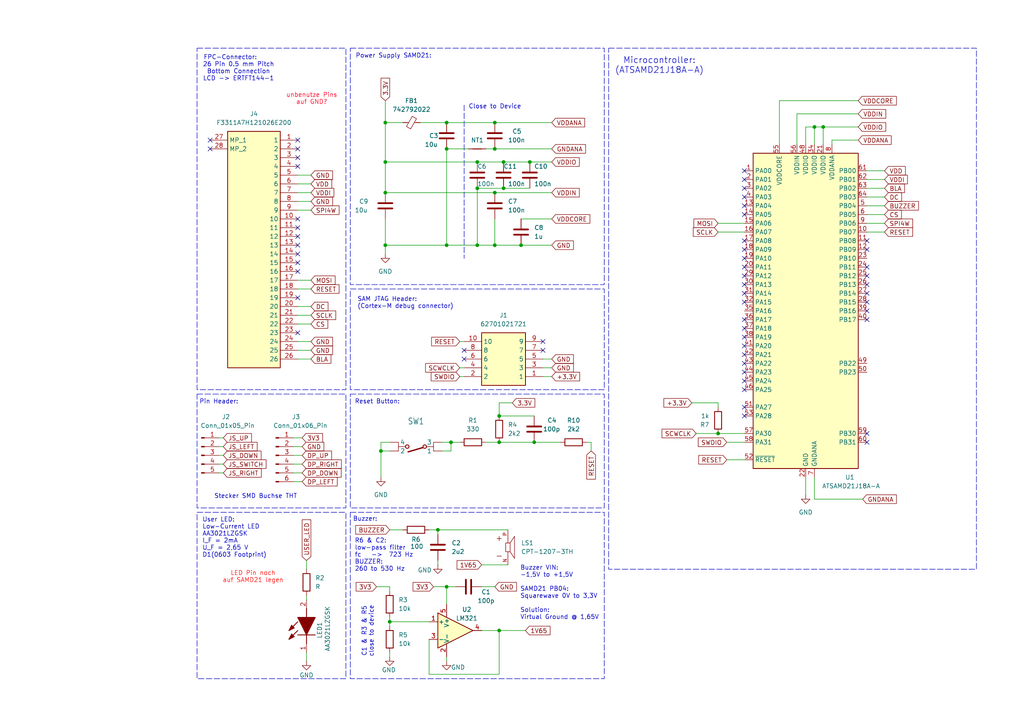
<source format=kicad_sch>
(kicad_sch (version 20250114) (generator "eeschema") (generator_version "9.0")
  (paper "A4")
  (title_block (title "MiniArcadeMainboard") (date "2025-10-29") (rev "A") (company "Felix Neumann"))
  (lib_symbols
    (symbol "Amplifier_Operational:LM321" (pin_names (offset 0.127))
      (property "Reference" "U" (at 0 7.62 0))
      (property "Value" "LM321" (at 0 5.08 0))
      (symbol "LM321_0_1"
        (polyline (pts (xy -5.08 5.08) (xy 5.08 0) (xy -5.08 -5.08) (xy -5.08 5.08)) (stroke (width 0.254)) (fill (type background)))
      )
      (symbol "LM321_1_1"
        (pin input line (at -7.62 2.54 0) (length 2.54) (name "+") (number "1"))
        (pin input line (at -7.62 -2.54 0) (length 2.54) (name "-") (number "3"))
        (pin power_in line (at -2.54 7.62 270) (length 3.81) (name "V+") (number "5"))
        (pin power_in line (at -2.54 -7.62 90) (length 3.81) (name "V-") (number "2"))
        (pin output line (at 7.62 0 180) (length 2.54) (name "~") (number "4"))
      )
    )
    (symbol "Connector:Conn_01x05_Pin" (pin_names (offset 1.016) (hide yes))
      (property "Reference" "J" (at 0 7.62 0))
      (property "Value" "Conn_01x05_Pin" (at 0 -7.62 0))
      (symbol "Conn_01x05_Pin_1_1"
        (rectangle (start 0.8636 5.207) (end 0 4.953) (stroke (width 0.1524)) (fill (type outline)))
        (rectangle (start 0.8636 2.667) (end 0 2.413) (stroke (width 0.1524)) (fill (type outline)))
        (rectangle (start 0.8636 0.127) (end 0 -0.127) (stroke (width 0.1524)) (fill (type outline)))
        (rectangle (start 0.8636 -2.413) (end 0 -2.667) (stroke (width 0.1524)) (fill (type outline)))
        (rectangle (start 0.8636 -4.953) (end 0 -5.207) (stroke (width 0.1524)) (fill (type outline)))
        (polyline (pts (xy 1.27 5.08) (xy 0.8636 5.08)) (stroke (width 0.1524)))
        (polyline (pts (xy 1.27 2.54) (xy 0.8636 2.54)) (stroke (width 0.1524)))
        (polyline (pts (xy 1.27 0) (xy 0.8636 0)) (stroke (width 0.1524)))
        (polyline (pts (xy 1.27 -2.54) (xy 0.8636 -2.54)) (stroke (width 0.1524)))
        (polyline (pts (xy 1.27 -5.08) (xy 0.8636 -5.08)) (stroke (width 0.1524)))
        (pin passive line (at 5.08 5.08 180) (length 3.81) (name "Pin_1") (number "1"))
        (pin passive line (at 5.08 2.54 180) (length 3.81) (name "Pin_2") (number "2"))
        (pin passive line (at 5.08 0 180) (length 3.81) (name "Pin_3") (number "3"))
        (pin passive line (at 5.08 -2.54 180) (length 3.81) (name "Pin_4") (number "4"))
        (pin passive line (at 5.08 -5.08 180) (length 3.81) (name "Pin_5") (number "5"))
      )
    )
    (symbol "Connector:Conn_01x06_Pin" (pin_names (offset 1.016) (hide yes))
      (property "Reference" "J" (at 0 7.62 0))
      (property "Value" "Conn_01x06_Pin" (at 0 -10.16 0))
      (symbol "Conn_01x06_Pin_1_1"
        (rectangle (start 0.8636 5.207) (end 0 4.953) (stroke (width 0.1524)) (fill (type outline)))
        (rectangle (start 0.8636 2.667) (end 0 2.413) (stroke (width 0.1524)) (fill (type outline)))
        (rectangle (start 0.8636 0.127) (end 0 -0.127) (stroke (width 0.1524)) (fill (type outline)))
        (rectangle (start 0.8636 -2.413) (end 0 -2.667) (stroke (width 0.1524)) (fill (type outline)))
        (rectangle (start 0.8636 -4.953) (end 0 -5.207) (stroke (width 0.1524)) (fill (type outline)))
        (rectangle (start 0.8636 -7.493) (end 0 -7.747) (stroke (width 0.1524)) (fill (type outline)))
        (polyline (pts (xy 1.27 5.08) (xy 0.8636 5.08)) (stroke (width 0.1524)))
        (polyline (pts (xy 1.27 2.54) (xy 0.8636 2.54)) (stroke (width 0.1524)))
        (polyline (pts (xy 1.27 0) (xy 0.8636 0)) (stroke (width 0.1524)))
        (polyline (pts (xy 1.27 -2.54) (xy 0.8636 -2.54)) (stroke (width 0.1524)))
        (polyline (pts (xy 1.27 -5.08) (xy 0.8636 -5.08)) (stroke (width 0.1524)))
        (polyline (pts (xy 1.27 -7.62) (xy 0.8636 -7.62)) (stroke (width 0.1524)))
        (pin passive line (at 5.08 5.08 180) (length 3.81) (name "Pin_1") (number "1"))
        (pin passive line (at 5.08 2.54 180) (length 3.81) (name "Pin_2") (number "2"))
        (pin passive line (at 5.08 0 180) (length 3.81) (name "Pin_3") (number "3"))
        (pin passive line (at 5.08 -2.54 180) (length 3.81) (name "Pin_4") (number "4"))
        (pin passive line (at 5.08 -5.08 180) (length 3.81) (name "Pin_5") (number "5"))
        (pin passive line (at 5.08 -7.62 180) (length 3.81) (name "Pin_6") (number "6"))
      )
    )
    (symbol "Device:C" (pin_numbers (hide yes)) (pin_names (offset 0.254))
      (property "Reference" "C" (at 0.635 2.54 0))
      (property "Value" "C" (at 0.635 -2.54 0))
      (symbol "C_0_1"
        (polyline (pts (xy -2.032 0.762) (xy 2.032 0.762)) (stroke (width 0.508)))
        (polyline (pts (xy -2.032 -0.762) (xy 2.032 -0.762)) (stroke (width 0.508)))
      )
      (symbol "C_1_1"
        (pin passive line (at 0 3.81 270) (length 2.794) (name "~") (number "1"))
        (pin passive line (at 0 -3.81 90) (length 2.794) (name "~") (number "2"))
      )
    )
    (symbol "Device:FerriteBead_Small" (pin_numbers (hide yes)) (pin_names (offset 0))
      (property "Reference" "FB" (at 1.905 1.27 0))
      (property "Value" "FerriteBead_Small" (at 1.905 -1.27 0))
      (symbol "FerriteBead_Small_0_1"
        (polyline (pts (xy -1.8288 0.2794) (xy -1.1176 1.4986) (xy 1.8288 -0.2032) (xy 1.1176 -1.4224) (xy -1.8288 0.2794)))
        (polyline (pts (xy 0 0.889) (xy 0 1.2954)))
        (polyline (pts (xy 0 -1.27) (xy 0 -0.7874)))
      )
      (symbol "FerriteBead_Small_1_1"
        (pin passive line (at 0 2.54 270) (length 1.27) (name "~") (number "1"))
        (pin passive line (at 0 -2.54 90) (length 1.27) (name "~") (number "2"))
      )
    )
    (symbol "Device:NetTie_2" (pin_numbers (hide yes)) (pin_names (offset 0) (hide yes)) (in_bom no)
      (property "Reference" "NT" (at 0 1.27 0))
      (property "Value" "NetTie_2" (at 0 -1.27 0))
      (symbol "NetTie_2_0_1"
        (polyline (pts (xy -1.27 0) (xy 1.27 0)) (stroke (width 0.254)))
      )
      (symbol "NetTie_2_1_1"
        (pin passive line (at -2.54 0 0) (length 2.54) (name "1") (number "1"))
        (pin passive line (at 2.54 0 180) (length 2.54) (name "2") (number "2"))
      )
    )
    (symbol "Device:R" (pin_numbers (hide yes)) (pin_names (offset 0))
      (property "Reference" "R" (at 2.032 0 90))
      (property "Value" "R" (at 0 0 90))
      (symbol "R_0_1"
        (rectangle (start -1.016 -2.54) (end 1.016 2.54) (stroke (width 0.254)))
      )
      (symbol "R_1_1"
        (pin passive line (at 0 3.81 270) (length 1.27) (name "~") (number "1"))
        (pin passive line (at 0 -3.81 90) (length 1.27) (name "~") (number "2"))
      )
    )
    (symbol "GND_1" (power) (pin_numbers (hide yes)) (pin_names (offset 0) (hide yes))
      (property "Value" "GND" (at 0 -3.81 0))
      (symbol "GND_1_0_1"
        (polyline (pts (xy 0 0) (xy 0 -1.27) (xy 1.27 -1.27) (xy 0 -2.54) (xy -1.27 -1.27) (xy 0 -1.27)))
      )
      (symbol "GND_1_1_1"
        (pin power_in line (at 0 0 270) (length 0) (name "~") (number "1"))
      )
    )
    (symbol "GND_2" (power) (pin_numbers (hide yes)) (pin_names (offset 0) (hide yes))
      (property "Value" "GND" (at 0 -3.81 0))
      (symbol "GND_2_0_1"
        (polyline (pts (xy 0 0) (xy 0 -1.27) (xy 1.27 -1.27) (xy 0 -2.54) (xy -1.27 -1.27) (xy 0 -1.27)))
      )
      (symbol "GND_2_1_1"
        (pin power_in line (at 0 0 270) (length 0) (name "~") (number "1"))
      )
    )
    (symbol "GND_3" (power) (pin_numbers (hide yes)) (pin_names (offset 0) (hide yes))
      (property "Value" "GND" (at 0 -3.81 0))
      (symbol "GND_3_0_1"
        (polyline (pts (xy 0 0) (xy 0 -1.27) (xy 1.27 -1.27) (xy 0 -2.54) (xy -1.27 -1.27) (xy 0 -1.27)))
      )
      (symbol "GND_3_1_1"
        (pin power_in line (at 0 0 270) (length 0) (name "~") (number "1"))
      )
    )
    (symbol "GND_4" (power) (pin_numbers (hide yes)) (pin_names (offset 0) (hide yes))
      (property "Value" "GND" (at 0 -3.81 0))
      (symbol "GND_4_0_1"
        (polyline (pts (xy 0 0) (xy 0 -1.27) (xy 1.27 -1.27) (xy 0 -2.54) (xy -1.27 -1.27) (xy 0 -1.27)))
      )
      (symbol "GND_4_1_1"
        (pin power_in line (at 0 0 270) (length 0) (name "~") (number "1"))
      )
    )
    (symbol "MCU_Microchip_SAMD:ATSAMD21J18A-A"
      (property "Reference" "U" (at -13.97 46.99 0))
      (property "Value" "ATSAMD21J18A-A" (at 16.51 46.99 0))
      (symbol "ATSAMD21J18A-A_0_1"
        (rectangle (start -15.24 45.72) (end 15.24 -45.72) (stroke (width 0.254)) (fill (type background)))
      )
      (symbol "ATSAMD21J18A-A_1_1"
        (pin bidirectional line (at -17.78 40.64 0) (length 2.54) (name "PA00") (number "1"))
        (pin bidirectional line (at -17.78 38.1 0) (length 2.54) (name "PA01") (number "2"))
        (pin bidirectional line (at -17.78 35.56 0) (length 2.54) (name "PA02") (number "3"))
        (pin bidirectional line (at -17.78 33.02 0) (length 2.54) (name "PA03") (number "4"))
        (pin bidirectional line (at -17.78 30.48 0) (length 2.54) (name "PA04") (number "13"))
        (pin bidirectional line (at -17.78 27.94 0) (length 2.54) (name "PA05") (number "14"))
        (pin bidirectional line (at -17.78 25.4 0) (length 2.54) (name "PA06") (number "15"))
        (pin bidirectional line (at -17.78 22.86 0) (length 2.54) (name "PA07") (number "16"))
        (pin bidirectional line (at -17.78 20.32 0) (length 2.54) (name "PA08") (number "17"))
        (pin bidirectional line (at -17.78 17.78 0) (length 2.54) (name "PA09") (number "18"))
        (pin bidirectional line (at -17.78 15.24 0) (length 2.54) (name "PA10") (number "19"))
        (pin bidirectional line (at -17.78 12.7 0) (length 2.54) (name "PA11") (number "20"))
        (pin bidirectional line (at -17.78 10.16 0) (length 2.54) (name "PA12") (number "29"))
        (pin bidirectional line (at -17.78 7.62 0) (length 2.54) (name "PA13") (number "30"))
        (pin bidirectional line (at -17.78 5.08 0) (length 2.54) (name "PA14") (number "31"))
        (pin bidirectional line (at -17.78 2.54 0) (length 2.54) (name "PA15") (number "32"))
        (pin bidirectional line (at -17.78 0 0) (length 2.54) (name "PA16") (number "35"))
        (pin bidirectional line (at -17.78 -2.54 0) (length 2.54) (name "PA17") (number "36"))
        (pin bidirectional line (at -17.78 -5.08 0) (length 2.54) (name "PA18") (number "37"))
        (pin bidirectional line (at -17.78 -7.62 0) (length 2.54) (name "PA19") (number "38"))
        (pin bidirectional line (at -17.78 -10.16 0) (length 2.54) (name "PA20") (number "41"))
        (pin bidirectional line (at -17.78 -12.7 0) (length 2.54) (name "PA21") (number "42"))
        (pin bidirectional line (at -17.78 -15.24 0) (length 2.54) (name "PA22") (number "43"))
        (pin bidirectional line (at -17.78 -17.78 0) (length 2.54) (name "PA23") (number "44"))
        (pin bidirectional line (at -17.78 -20.32 0) (length 2.54) (name "PA24") (number "45"))
        (pin bidirectional line (at -17.78 -22.86 0) (length 2.54) (name "PA25") (number "46"))
        (pin bidirectional line (at -17.78 -27.94 0) (length 2.54) (name "PA27") (number "51"))
        (pin bidirectional line (at -17.78 -30.48 0) (length 2.54) (name "PA28") (number "53"))
        (pin bidirectional line (at -17.78 -35.56 0) (length 2.54) (name "PA30") (number "57"))
        (pin bidirectional line (at -17.78 -38.1 0) (length 2.54) (name "PA31") (number "58"))
        (pin input line (at -17.78 -43.18 0) (length 2.54) (name "~{RESET}") (number "52"))
        (pin power_out line (at -7.62 48.26 270) (length 2.54) (name "VDDCORE") (number "55"))
        (pin power_in line (at -2.54 48.26 270) (length 2.54) (name "VDDIN") (number "56"))
        (pin power_in line (at 0 48.26 270) (length 2.54) (name "VDDIO") (number "48"))
        (pin power_in line (at 0 -48.26 90) (length 2.54) (name "GND") (number "22"))
        (pin passive line (at 0 -48.26 90) (length 2.54) (hide yes) (name "GND") (number "33"))
        (pin passive line (at 0 -48.26 90) (length 2.54) (hide yes) (name "GND") (number "47"))
        (pin passive line (at 0 -48.26 90) (length 2.54) (hide yes) (name "GND") (number "54"))
        (pin power_in line (at 2.54 48.26 270) (length 2.54) (name "VDDIO") (number "34"))
        (pin power_in line (at 2.54 -48.26 90) (length 2.54) (name "GNDANA") (number "7"))
        (pin power_in line (at 5.08 48.26 270) (length 2.54) (name "VDDIO") (number "21"))
        (pin power_in line (at 7.62 48.26 270) (length 2.54) (name "VDDANA") (number "8"))
        (pin bidirectional line (at 17.78 40.64 180) (length 2.54) (name "PB00") (number "61"))
        (pin bidirectional line (at 17.78 38.1 180) (length 2.54) (name "PB01") (number "62"))
        (pin bidirectional line (at 17.78 35.56 180) (length 2.54) (name "PB02") (number "63"))
        (pin bidirectional line (at 17.78 33.02 180) (length 2.54) (name "PB03") (number "64"))
        (pin bidirectional line (at 17.78 30.48 180) (length 2.54) (name "PB04") (number "5"))
        (pin bidirectional line (at 17.78 27.94 180) (length 2.54) (name "PB05") (number "6"))
        (pin bidirectional line (at 17.78 25.4 180) (length 2.54) (name "PB06") (number "9"))
        (pin bidirectional line (at 17.78 22.86 180) (length 2.54) (name "PB07") (number "10"))
        (pin bidirectional line (at 17.78 20.32 180) (length 2.54) (name "PB08") (number "11"))
        (pin bidirectional line (at 17.78 17.78 180) (length 2.54) (name "PB09") (number "12"))
        (pin bidirectional line (at 17.78 15.24 180) (length 2.54) (name "PB10") (number "23"))
        (pin bidirectional line (at 17.78 12.7 180) (length 2.54) (name "PB11") (number "24"))
        (pin bidirectional line (at 17.78 10.16 180) (length 2.54) (name "PB12") (number "25"))
        (pin bidirectional line (at 17.78 7.62 180) (length 2.54) (name "PB13") (number "26"))
        (pin bidirectional line (at 17.78 5.08 180) (length 2.54) (name "PB14") (number "27"))
        (pin bidirectional line (at 17.78 2.54 180) (length 2.54) (name "PB15") (number "28"))
        (pin bidirectional line (at 17.78 0 180) (length 2.54) (name "PB16") (number "39"))
        (pin bidirectional line (at 17.78 -2.54 180) (length 2.54) (name "PB17") (number "40"))
        (pin bidirectional line (at 17.78 -15.24 180) (length 2.54) (name "PB22") (number "49"))
        (pin bidirectional line (at 17.78 -17.78 180) (length 2.54) (name "PB23") (number "50"))
        (pin bidirectional line (at 17.78 -35.56 180) (length 2.54) (name "PB30") (number "59"))
        (pin bidirectional line (at 17.78 -38.1 180) (length 2.54) (name "PB31") (number "60"))
      )
    )
    (symbol "MainBoard:62701021721"
      (property "Reference" "J" (at 19.05 7.62 0))
      (property "Value" "62701021721" (at 19.05 5.08 0))
      (symbol "62701021721_1_1"
        (rectangle (start 5.08 2.54) (end 17.78 -12.7) (stroke (width 0.254)) (fill (type background)))
        (pin passive line (at 0 0 0) (length 5.08) (name "10") (number "10"))
        (pin passive line (at 0 -2.54 0) (length 5.08) (name "8") (number "8"))
        (pin passive line (at 0 -5.08 0) (length 5.08) (name "6") (number "6"))
        (pin passive line (at 0 -7.62 0) (length 5.08) (name "4") (number "4"))
        (pin passive line (at 0 -10.16 0) (length 5.08) (name "2") (number "2"))
        (pin passive line (at 22.86 0 180) (length 5.08) (name "9") (number "9"))
        (pin passive line (at 22.86 -2.54 180) (length 5.08) (name "7") (number "7"))
        (pin passive line (at 22.86 -5.08 180) (length 5.08) (name "5") (number "5"))
        (pin passive line (at 22.86 -7.62 180) (length 5.08) (name "3") (number "3"))
        (pin passive line (at 22.86 -10.16 180) (length 5.08) (name "1") (number "1"))
      )
    )
    (symbol "MainBoard:AA3021LZGSK" (pin_names (hide yes))
      (property "Reference" "LED" (at 12.7 8.89 0))
      (property "Value" "AA3021LZGSK" (at 12.7 6.35 0))
      (symbol "AA3021LZGSK_1_1"
        (polyline (pts (xy 2.54 0) (xy 5.08 0)) (stroke (width 0.254)))
        (polyline (pts (xy 5.08 2.54) (xy 5.08 -2.54)) (stroke (width 0.254)))
        (polyline (pts (xy 5.08 0) (xy 10.16 2.54) (xy 10.16 -2.54) (xy 5.08 0)) (stroke (width 0.254)) (fill (type outline)))
        (polyline (pts (xy 5.334 4.318) (xy 4.572 3.556) (xy 3.81 5.08) (xy 5.334 4.318)) (stroke (width 0.254)) (fill (type outline)))
        (polyline (pts (xy 6.35 2.54) (xy 3.81 5.08)) (stroke (width 0.254)))
        (polyline (pts (xy 7.874 4.318) (xy 7.112 3.556) (xy 6.35 5.08) (xy 7.874 4.318)) (stroke (width 0.254)) (fill (type outline)))
        (polyline (pts (xy 8.89 2.54) (xy 6.35 5.08)) (stroke (width 0.254)))
        (polyline (pts (xy 10.16 0) (xy 12.7 0)) (stroke (width 0.254)))
        (pin passive line (at 0 0 0) (length 2.54) (name "K") (number "1"))
        (pin passive line (at 15.24 0 180) (length 2.54) (name "A") (number "2"))
      )
    )
    (symbol "MainBoard:CPT-1207-3TH" (pin_names (offset 1.016))
      (property "Reference" "LS" (at -3.8237 8.922 0))
      (property "Value" "CPT-1207-3TH" (at -3.8225 -11.4677 0))
      (symbol "CPT-1207-3TH_0_0"
        (polyline (pts (xy -3.175 2.54) (xy -1.905 2.54)) (stroke (width 0.1524)))
        (polyline (pts (xy -3.175 -2.54) (xy -1.905 -2.54)) (stroke (width 0.1524)))
        (polyline (pts (xy -2.54 3.175) (xy -2.54 1.905)) (stroke (width 0.1524)))
        (polyline (pts (xy -0.635 1.27) (xy 0 1.27)) (stroke (width 0.1524)))
        (polyline (pts (xy -0.635 -1.27) (xy -0.635 1.27)) (stroke (width 0.1524)))
        (polyline (pts (xy 0 1.27) (xy 0 2.54)) (stroke (width 0.1524)))
        (polyline (pts (xy 0 1.27) (xy 0.635 1.27)) (stroke (width 0.1524)))
        (polyline (pts (xy 0 -1.27) (xy -0.635 -1.27)) (stroke (width 0.1524)))
        (polyline (pts (xy 0 -1.27) (xy 0 -2.54)) (stroke (width 0.1524)))
        (polyline (pts (xy 0.635 1.27) (xy 0.635 -1.27)) (stroke (width 0.1524)))
        (polyline (pts (xy 0.635 1.27) (xy 1.905 3.175)) (stroke (width 0.1524)))
        (polyline (pts (xy 0.635 -1.27) (xy 0 -1.27)) (stroke (width 0.1524)))
        (polyline (pts (xy 1.905 3.175) (xy 1.905 -3.175)) (stroke (width 0.1524)))
        (polyline (pts (xy 1.905 -3.175) (xy 0.635 -1.27)) (stroke (width 0.1524)))
        (pin passive line (at 0 5.08 270) (length 2.54) (name "~") (number "P"))
        (pin passive line (at 0 -5.08 90) (length 2.54) (name "~") (number "N"))
      )
    )
    (symbol "MainBoard:F3311A7H121026E200"
      (property "Reference" "J" (at 21.59 7.62 0))
      (property "Value" "F3311A7H121026E200" (at 21.59 5.08 0))
      (symbol "F3311A7H121026E200_1_1"
        (rectangle (start 5.08 2.54) (end 20.32 -66.04) (stroke (width 0.254)) (fill (type background)))
        (pin passive line (at 0 0 0) (length 5.08) (name "MP_1") (number "27"))
        (pin passive line (at 0 -2.54 0) (length 5.08) (name "MP_2") (number "28"))
        (pin passive line (at 25.4 0 180) (length 5.08) (name "1") (number "1"))
        (pin passive line (at 25.4 -2.54 180) (length 5.08) (name "2") (number "2"))
        (pin passive line (at 25.4 -5.08 180) (length 5.08) (name "3") (number "3"))
        (pin passive line (at 25.4 -7.62 180) (length 5.08) (name "4") (number "4"))
        (pin passive line (at 25.4 -10.16 180) (length 5.08) (name "5") (number "5"))
        (pin passive line (at 25.4 -12.7 180) (length 5.08) (name "6") (number "6"))
        (pin passive line (at 25.4 -15.24 180) (length 5.08) (name "7") (number "7"))
        (pin passive line (at 25.4 -17.78 180) (length 5.08) (name "8") (number "8"))
        (pin passive line (at 25.4 -20.32 180) (length 5.08) (name "9") (number "9"))
        (pin passive line (at 25.4 -22.86 180) (length 5.08) (name "10") (number "10"))
        (pin passive line (at 25.4 -25.4 180) (length 5.08) (name "11") (number "11"))
        (pin passive line (at 25.4 -27.94 180) (length 5.08) (name "12") (number "12"))
        (pin passive line (at 25.4 -30.48 180) (length 5.08) (name "13") (number "13"))
        (pin passive line (at 25.4 -33.02 180) (length 5.08) (name "14") (number "14"))
        (pin passive line (at 25.4 -35.56 180) (length 5.08) (name "15") (number "15"))
        (pin passive line (at 25.4 -38.1 180) (length 5.08) (name "16") (number "16"))
        (pin passive line (at 25.4 -40.64 180) (length 5.08) (name "17") (number "17"))
        (pin passive line (at 25.4 -43.18 180) (length 5.08) (name "18") (number "18"))
        (pin passive line (at 25.4 -45.72 180) (length 5.08) (name "19") (number "19"))
        (pin passive line (at 25.4 -48.26 180) (length 5.08) (name "20") (number "20"))
        (pin passive line (at 25.4 -50.8 180) (length 5.08) (name "21") (number "21"))
        (pin passive line (at 25.4 -53.34 180) (length 5.08) (name "22") (number "22"))
        (pin passive line (at 25.4 -55.88 180) (length 5.08) (name "23") (number "23"))
        (pin passive line (at 25.4 -58.42 180) (length 5.08) (name "24") (number "24"))
        (pin passive line (at 25.4 -60.96 180) (length 5.08) (name "25") (number "25"))
        (pin passive line (at 25.4 -63.5 180) (length 5.08) (name "26") (number "26"))
      )
    )
    (symbol "MexleComponents:EVPAA"
      (property "Reference" "SW" (at -2.54 2.54 0))
      (symbol "EVPAA_1_0"
        (polyline (pts (xy -5.08 1.27) (xy -5.08 0)) (stroke (width 0.1524)))
        (polyline (pts (xy -5.08 0) (xy -5.08 -1.27)) (stroke (width 0.1524)))
        (polyline (pts (xy -5.08 0) (xy -3.048 0)) (stroke (width 0.1524)))
        (circle (center -2.54 0) (radius 0.508) (stroke (width 0.254)))
        (polyline (pts (xy -2.032 0.254) (xy 2.286 1.524)) (stroke (width 0.381)))
        (circle (center 2.54 0) (radius 0.508) (stroke (width 0.254)))
        (polyline (pts (xy 5.08 1.27) (xy 5.08 0)) (stroke (width 0.1524)))
        (polyline (pts (xy 5.08 0) (xy 3.048 0)) (stroke (width 0.1524)))
        (polyline (pts (xy 5.08 0) (xy 5.08 -1.27)) (stroke (width 0.1524)))
        (pin passive line (at -7.62 1.27 0) (length 2.54) (name "1") (number "1"))
        (pin passive line (at -7.62 -1.27 0) (length 2.54) (name "3") (number "3"))
        (pin passive line (at 7.62 1.27 180) (length 2.54) (name "2") (number "2"))
        (pin passive line (at 7.62 -1.27 180) (length 2.54) (name "4") (number "4"))
      )
    )
    (symbol "power:GND" (power) (pin_names (offset 0))
      (property "Value" "GND" (at 0 -3.81 0))
      (symbol "GND_0_1"
        (polyline (pts (xy 0 0) (xy 0 -1.27) (xy 1.27 -1.27) (xy 0 -2.54) (xy -1.27 -1.27) (xy 0 -1.27)))
      )
      (symbol "GND_1_1"
        (pin power_in line (at 0 0 270) (length 0) (hide yes) (name "GND") (number "1"))
      )
    )
  )
  (rectangle (start 101.6 13.97) (end 175.26 82.55) (stroke (width 0) (type dash)))
  (rectangle (start 101.6 114.3) (end 175.26 147.32) (stroke (width 0) (type dash)))
  (rectangle (start 57.15 148.59) (end 100.33 196.85) (stroke (width 0) (type dash)))
  (rectangle (start 101.6 148.59) (end 175.26 196.85) (stroke (width 0) (type dash)))
  (rectangle (start 57.15 13.97) (end 100.33 113.03) (stroke (width 0) (type dash)))
  (rectangle (start 57.15 114.3) (end 100.33 147.32) (stroke (width 0) (type dash)))
  (rectangle (start 176.53 13.97) (end 283.21 165.1) (stroke (width 0) (type dash)))
  (rectangle (start 101.6 83.82) (end 175.26 113.03) (stroke (width 0) (type dash)))
  (text "Stecker SMD Buchse THT" (at 74.168 144.018 0) (effects (font (size 1.27 1.27))))
  (text "Power Supply SAMD21:\n" (at 103.124 17.018 0) (effects (font (size 1.27 1.27)) (justify left bottom)))
  (text "SAM JTAG Header:\n(Cortex-M debug connector)" (at 103.632 89.662 0) (effects (font (size 1.27 1.27)) (justify left bottom)))
  (text "Buzzer:\n" (at 105.918 150.622 0) (effects (font (size 1.27 1.27))))
  (text "User LED:\nLow-Current LED\nAA3021LZGSK\nI_F = 2mA\nU_F = 2,65 V\nD1(0603 Footprint)" (at 58.674 161.798 0) (effects (font (size 1.27 1.27)) (justify left bottom)))
  (text "LED Pin noch\nauf SAMD21 legen\n" (at 73.406 167.386 0) (effects (font (size 1.27 1.27))))
  (text "Reset Button:\n\n\n" (at 102.87 121.412 0) (effects (font (size 1.27 1.27)) (justify left bottom)))
  (text "Microcontroller:\n(ATSAMD21J18A-A)" (at 191.262 19.05 0) (effects (font (size 1.778 1.778))))
  (text "unbenutze Pins\nauf GND?" (at 90.424 28.702 0) (effects (font (size 1.27 1.27))))
  (text "Pin Header:\n" (at 63.5 116.586 0) (effects (font (size 1.27 1.27))))
  (text "R6 & C2:\nlow-pass filter\nfc	->	723 Hz\nBUZZER:\n260 to 530 Hz\n\n" (at 102.87 162.052 0) (effects (font (size 1.27 1.27)) (justify left)))
  (text "FPC-Connector:\n	26 Pin 0.5 mm Pitch\n	Bottom Connection\n	LCD -> ERTFT144-1" (at 66.802 19.812 0) (effects (font (size 1.27 1.27))))
  (text "Close to Device" (at 135.89 31.75 0) (effects (font (size 1.27 1.27)) (justify left bottom)))
  (text "Buzzer VIN:\n-1,5V to +1,5V\n\nSAMD21 PB04:\nSquarewave 0V to 3,3V\n\nSolution:\nVirtual Ground @ 1,65V" (at 150.876 171.958 0) (effects (font (size 1.27 1.27)) (justify left)))
  (text "C1 & R3 & R5\nclose to device\n" (at 108.458 183.134 90) (effects (font (size 1.27 1.27)) (justify bottom)))
  (junction (at 113.03 180.34))
  (junction (at 129.54 43.18))
  (junction (at 143.51 43.18))
  (junction (at 127 153.67))
  (junction (at 138.43 54.61))
  (junction (at 111.76 55.88))
  (junction (at 130.81 128.27))
  (junction (at 143.51 71.12))
  (junction (at 154.94 128.27))
  (junction (at 238.76 36.83))
  (junction (at 143.51 55.88))
  (junction (at 153.67 46.99))
  (junction (at 111.76 46.99))
  (junction (at 146.05 54.61))
  (junction (at 151.13 71.12))
  (junction (at 144.78 128.27))
  (junction (at 129.54 35.56))
  (junction (at 146.05 46.99))
  (junction (at 129.54 170.18))
  (junction (at 236.22 36.83))
  (junction (at 111.76 35.56))
  (junction (at 144.78 120.65))
  (junction (at 138.43 71.12))
  (junction (at 129.54 71.12))
  (junction (at 138.43 46.99))
  (junction (at 143.51 35.56))
  (junction (at 208.28 125.73))
  (junction (at 144.78 182.88))
  (junction (at 110.49 130.81))
  (junction (at 111.76 71.12))
  (no_connect (at 251.46 82.55))
  (no_connect (at 215.9 95.25))
  (no_connect (at 251.46 85.09))
  (no_connect (at 215.9 62.23))
  (no_connect (at 157.48 101.6))
  (no_connect (at 251.46 72.39))
  (no_connect (at 215.9 113.03))
  (no_connect (at 134.62 104.14))
  (no_connect (at 215.9 54.61))
  (no_connect (at 215.9 52.07))
  (no_connect (at 86.36 43.18))
  (no_connect (at 215.9 69.85))
  (no_connect (at 215.9 74.93))
  (no_connect (at 215.9 102.87))
  (no_connect (at 86.36 40.64))
  (no_connect (at 157.48 99.06))
  (no_connect (at 215.9 49.53))
  (no_connect (at 251.46 92.71))
  (no_connect (at 251.46 125.73))
  (no_connect (at 251.46 128.27))
  (no_connect (at 215.9 97.79))
  (no_connect (at 215.9 57.15))
  (no_connect (at 86.36 68.58))
  (no_connect (at 215.9 118.11))
  (no_connect (at 86.36 76.2))
  (no_connect (at 251.46 77.47))
  (no_connect (at 86.36 78.74))
  (no_connect (at 86.36 96.52))
  (no_connect (at 215.9 80.01))
  (no_connect (at 215.9 105.41))
  (no_connect (at 215.9 87.63))
  (no_connect (at 215.9 72.39))
  (no_connect (at 134.62 101.6))
  (no_connect (at 251.46 80.01))
  (no_connect (at 215.9 110.49))
  (no_connect (at 215.9 100.33))
  (no_connect (at 215.9 85.09))
  (no_connect (at 60.96 40.64))
  (no_connect (at 215.9 82.55))
  (no_connect (at 86.36 73.66))
  (no_connect (at 215.9 107.95))
  (no_connect (at 86.36 86.36))
  (no_connect (at 60.96 43.18))
  (no_connect (at 251.46 87.63))
  (no_connect (at 251.46 90.17))
  (no_connect (at 86.36 66.04))
  (no_connect (at 215.9 120.65))
  (no_connect (at 251.46 69.85))
  (no_connect (at 86.36 63.5))
  (no_connect (at 86.36 71.12))
  (no_connect (at 215.9 92.71))
  (no_connect (at 86.36 45.72))
  (no_connect (at 215.9 77.47))
  (no_connect (at 215.9 59.69))
  (no_connect (at 86.36 48.26))
  (wire (pts (xy 208.28 116.84) (xy 208.28 118.11)))
  (wire (pts (xy 63.5 137.16) (xy 64.77 137.16)))
  (wire (pts (xy 143.51 55.88) (xy 160.02 55.88)))
  (wire (pts (xy 86.36 88.9) (xy 90.17 88.9)))
  (wire (pts (xy 88.9 162.56) (xy 88.9 165.1)))
  (wire (pts (xy 111.76 29.21) (xy 111.76 35.56)))
  (wire (pts (xy 86.36 60.96) (xy 90.17 60.96)))
  (wire (pts (xy 251.46 54.61) (xy 256.54 54.61)))
  (wire (pts (xy 241.3 40.64) (xy 248.92 40.64)))
  (wire (pts (xy 86.36 55.88) (xy 90.17 55.88)))
  (wire (pts (xy 113.03 170.18) (xy 113.03 171.45)))
  (wire (pts (xy 110.49 128.27) (xy 110.49 130.81)))
  (wire (pts (xy 129.54 35.56) (xy 143.51 35.56)))
  (wire (pts (xy 140.97 43.18) (xy 143.51 43.18)))
  (wire (pts (xy 129.54 43.18) (xy 129.54 71.12)))
  (wire (pts (xy 109.22 170.18) (xy 113.03 170.18)))
  (wire (pts (xy 236.22 144.78) (xy 250.19 144.78)))
  (wire (pts (xy 241.3 41.91) (xy 241.3 40.64)))
  (wire (pts (xy 88.9 191.77) (xy 88.9 189.23)))
  (wire (pts (xy 157.48 106.68) (xy 160.02 106.68)))
  (wire (pts (xy 129.54 170.18) (xy 132.08 170.18)))
  (wire (pts (xy 63.5 129.54) (xy 64.77 129.54)))
  (wire (pts (xy 143.51 63.5) (xy 143.51 71.12)))
  (wire (pts (xy 110.49 130.81) (xy 113.03 130.81)))
  (wire (pts (xy 111.76 35.56) (xy 111.76 46.99)))
  (wire (pts (xy 233.68 138.43) (xy 233.68 143.51)))
  (wire (pts (xy 130.81 130.81) (xy 130.81 128.27)))
  (wire (pts (xy 113.03 180.34) (xy 124.46 180.34)))
  (wire (pts (xy 139.7 163.83) (xy 147.32 163.83)))
  (wire (pts (xy 236.22 36.83) (xy 238.76 36.83)))
  (wire (pts (xy 210.82 128.27) (xy 215.9 128.27)))
  (wire (pts (xy 125.73 170.18) (xy 129.54 170.18)))
  (wire (pts (xy 128.27 128.27) (xy 130.81 128.27)))
  (wire (pts (xy 85.09 132.08) (xy 87.63 132.08)))
  (wire (pts (xy 251.46 49.53) (xy 256.54 49.53)))
  (wire (pts (xy 208.28 67.31) (xy 215.9 67.31)))
  (wire (pts (xy 233.68 41.91) (xy 233.68 36.83)))
  (wire (pts (xy 231.14 41.91) (xy 231.14 33.02)))
  (wire (pts (xy 86.36 101.6) (xy 90.17 101.6)))
  (wire (pts (xy 86.36 81.28) (xy 90.17 81.28)))
  (wire (pts (xy 63.5 134.62) (xy 64.77 134.62)))
  (wire (pts (xy 111.76 71.12) (xy 129.54 71.12)))
  (wire (pts (xy 127 153.67) (xy 127 154.94)))
  (wire (pts (xy 171.45 128.27) (xy 170.18 128.27)))
  (wire (pts (xy 148.59 116.84) (xy 144.78 116.84)))
  (wire (pts (xy 124.46 153.67) (xy 127 153.67)))
  (wire (pts (xy 231.14 33.02) (xy 248.92 33.02)))
  (polyline (pts (xy 134.62 30.48) (xy 134.62 74.93)) (stroke (width 0) (type dash)))
  (wire (pts (xy 208.28 125.73) (xy 215.9 125.73)))
  (wire (pts (xy 133.35 106.68) (xy 134.62 106.68)))
  (wire (pts (xy 251.46 57.15) (xy 256.54 57.15)))
  (wire (pts (xy 111.76 71.12) (xy 111.76 73.66)))
  (wire (pts (xy 236.22 41.91) (xy 236.22 36.83)))
  (wire (pts (xy 88.9 173.99) (xy 88.9 172.72)))
  (wire (pts (xy 127 162.56) (xy 127 163.83)))
  (wire (pts (xy 110.49 130.81) (xy 110.49 138.43)))
  (wire (pts (xy 238.76 41.91) (xy 238.76 36.83)))
  (wire (pts (xy 111.76 63.5) (xy 111.76 71.12)))
  (wire (pts (xy 251.46 67.31) (xy 256.54 67.31)))
  (wire (pts (xy 151.13 71.12) (xy 160.02 71.12)))
  (wire (pts (xy 210.82 133.35) (xy 215.9 133.35)))
  (wire (pts (xy 144.78 195.58) (xy 144.78 182.88)))
  (wire (pts (xy 201.93 125.73) (xy 208.28 125.73)))
  (wire (pts (xy 251.46 52.07) (xy 256.54 52.07)))
  (wire (pts (xy 113.03 180.34) (xy 113.03 181.61)))
  (wire (pts (xy 129.54 190.5) (xy 129.54 191.77)))
  (wire (pts (xy 133.35 109.22) (xy 134.62 109.22)))
  (wire (pts (xy 157.48 104.14) (xy 160.02 104.14)))
  (wire (pts (xy 139.7 182.88) (xy 144.78 182.88)))
  (wire (pts (xy 233.68 36.83) (xy 236.22 36.83)))
  (wire (pts (xy 121.92 35.56) (xy 129.54 35.56)))
  (wire (pts (xy 143.51 43.18) (xy 160.02 43.18)))
  (wire (pts (xy 86.36 83.82) (xy 90.17 83.82)))
  (wire (pts (xy 236.22 138.43) (xy 236.22 144.78)))
  (wire (pts (xy 138.43 46.99) (xy 146.05 46.99)))
  (wire (pts (xy 140.97 128.27) (xy 144.78 128.27)))
  (wire (pts (xy 85.09 127) (xy 87.63 127)))
  (wire (pts (xy 238.76 36.83) (xy 248.92 36.83)))
  (wire (pts (xy 144.78 182.88) (xy 152.4 182.88)))
  (wire (pts (xy 251.46 59.69) (xy 256.54 59.69)))
  (wire (pts (xy 85.09 134.62) (xy 87.63 134.62)))
  (wire (pts (xy 86.36 50.8) (xy 90.17 50.8)))
  (wire (pts (xy 143.51 71.12) (xy 151.13 71.12)))
  (wire (pts (xy 86.36 91.44) (xy 90.17 91.44)))
  (wire (pts (xy 63.5 132.08) (xy 64.77 132.08)))
  (wire (pts (xy 86.36 104.14) (xy 90.17 104.14)))
  (wire (pts (xy 133.35 99.06) (xy 134.62 99.06)))
  (wire (pts (xy 139.7 170.18) (xy 143.51 170.18)))
  (wire (pts (xy 153.67 46.99) (xy 160.02 46.99)))
  (wire (pts (xy 124.46 185.42) (xy 124.46 195.58)))
  (wire (pts (xy 86.36 53.34) (xy 90.17 53.34)))
  (wire (pts (xy 251.46 64.77) (xy 256.54 64.77)))
  (wire (pts (xy 113.03 128.27) (xy 110.49 128.27)))
  (wire (pts (xy 124.46 195.58) (xy 144.78 195.58)))
  (wire (pts (xy 129.54 71.12) (xy 138.43 71.12)))
  (wire (pts (xy 85.09 129.54) (xy 87.63 129.54)))
  (wire (pts (xy 144.78 120.65) (xy 154.94 120.65)))
  (wire (pts (xy 85.09 139.7) (xy 87.63 139.7)))
  (wire (pts (xy 113.03 189.23) (xy 113.03 190.5)))
  (wire (pts (xy 127 153.67) (xy 147.32 153.67)))
  (wire (pts (xy 111.76 46.99) (xy 111.76 55.88)))
  (wire (pts (xy 129.54 43.18) (xy 135.89 43.18)))
  (wire (pts (xy 86.36 93.98) (xy 90.17 93.98)))
  (wire (pts (xy 111.76 35.56) (xy 116.84 35.56)))
  (wire (pts (xy 138.43 71.12) (xy 143.51 71.12)))
  (wire (pts (xy 251.46 62.23) (xy 256.54 62.23)))
  (wire (pts (xy 208.28 64.77) (xy 215.9 64.77)))
  (wire (pts (xy 86.36 58.42) (xy 90.17 58.42)))
  (wire (pts (xy 157.48 109.22) (xy 160.02 109.22)))
  (wire (pts (xy 154.94 128.27) (xy 162.56 128.27)))
  (wire (pts (xy 171.45 130.81) (xy 171.45 128.27)))
  (wire (pts (xy 143.51 35.56) (xy 160.02 35.56)))
  (wire (pts (xy 129.54 175.26) (xy 129.54 170.18)))
  (wire (pts (xy 200.66 116.84) (xy 208.28 116.84)))
  (wire (pts (xy 111.76 55.88) (xy 143.51 55.88)))
  (wire (pts (xy 86.36 99.06) (xy 90.17 99.06)))
  (wire (pts (xy 85.09 137.16) (xy 87.63 137.16)))
  (wire (pts (xy 144.78 116.84) (xy 144.78 120.65)))
  (wire (pts (xy 130.81 128.27) (xy 133.35 128.27)))
  (wire (pts (xy 226.06 29.21) (xy 248.92 29.21)))
  (wire (pts (xy 111.76 46.99) (xy 138.43 46.99)))
  (wire (pts (xy 138.43 54.61) (xy 138.43 71.12)))
  (wire (pts (xy 138.43 54.61) (xy 146.05 54.61)))
  (wire (pts (xy 144.78 128.27) (xy 154.94 128.27)))
  (wire (pts (xy 146.05 46.99) (xy 153.67 46.99)))
  (wire (pts (xy 226.06 41.91) (xy 226.06 29.21)))
  (wire (pts (xy 113.03 153.67) (xy 116.84 153.67)))
  (wire (pts (xy 63.5 127) (xy 64.77 127)))
  (wire (pts (xy 146.05 54.61) (xy 153.67 54.61)))
  (wire (pts (xy 113.03 179.07) (xy 113.03 180.34)))
  (wire (pts (xy 128.27 130.81) (xy 130.81 130.81)))
  (wire (pts (xy 151.13 63.5) (xy 160.02 63.5)))
  (global_label "GND" (shape input) (at 160.02 104.14 0) (property "Intersheetrefs" "${INTERSHEET_REFS}" (effects (hide yes))))
  (global_label "VDDANA" (shape input) (at 248.92 40.64 0) (property "Intersheetrefs" "${INTERSHEET_REFS}" (effects (hide yes))))
  (global_label "VDD" (shape input) (at 256.54 49.53 0) (property "Intersheetrefs" "${INTERSHEET_REFS}" (effects (hide yes))))
  (global_label "RESET" (shape input) (at 133.35 99.06 180) (property "Intersheetrefs" "${INTERSHEET_REFS}" (effects (hide yes))))
  (global_label "VDDI" (shape input) (at 90.17 55.88 0) (property "Intersheetrefs" "${INTERSHEET_REFS}" (effects (hide yes))))
  (global_label "GNDANA" (shape input) (at 160.02 43.18 0) (property "Intersheetrefs" "${INTERSHEET_REFS}" (effects (hide yes))))
  (global_label "3V3" (shape input) (at 87.63 127 0) (property "Intersheetrefs" "${INTERSHEET_REFS}" (effects (hide yes))))
  (global_label "+3.3V" (shape input) (at 160.02 109.22 0) (property "Intersheetrefs" "${INTERSHEET_REFS}" (effects (hide yes))))
  (global_label "SPI4W" (shape input) (at 256.54 64.77 0) (property "Intersheetrefs" "${INTERSHEET_REFS}" (effects (hide yes))))
  (global_label "RESET" (shape input) (at 210.82 133.35 180) (property "Intersheetrefs" "${INTERSHEET_REFS}" (effects (hide yes))))
  (global_label "VDDI" (shape input) (at 256.54 52.07 0) (property "Intersheetrefs" "${INTERSHEET_REFS}" (effects (hide yes))))
  (global_label "GND" (shape input) (at 87.63 129.54 0) (property "Intersheetrefs" "${INTERSHEET_REFS}" (effects (hide yes))))
  (global_label "VDDCORE" (shape input) (at 248.92 29.21 0) (property "Intersheetrefs" "${INTERSHEET_REFS}" (effects (hide yes))))
  (global_label "BLA" (shape input) (at 90.17 104.14 0) (property "Intersheetrefs" "${INTERSHEET_REFS}" (effects (hide yes))))
  (global_label "BUZZER" (shape input) (at 113.03 153.67 180) (property "Intersheetrefs" "${INTERSHEET_REFS}" (effects (hide yes))))
  (global_label "JS_UP" (shape input) (at 64.77 127 0) (property "Intersheetrefs" "${INTERSHEET_REFS}" (effects (hide yes))))
  (global_label "3V3" (shape input) (at 125.73 170.18 180) (property "Intersheetrefs" "${INTERSHEET_REFS}" (effects (hide yes))))
  (global_label "DP_DOWN" (shape input) (at 87.63 137.16 0) (property "Intersheetrefs" "${INTERSHEET_REFS}" (effects (hide yes))))
  (global_label "DP_UP" (shape input) (at 87.63 132.08 0) (property "Intersheetrefs" "${INTERSHEET_REFS}" (effects (hide yes))))
  (global_label "CS" (shape input) (at 256.54 62.23 0) (property "Intersheetrefs" "${INTERSHEET_REFS}" (effects (hide yes))))
  (global_label "GNDANA" (shape input) (at 250.19 144.78 0) (property "Intersheetrefs" "${INTERSHEET_REFS}" (effects (hide yes))))
  (global_label "+3.3V" (shape input) (at 200.66 116.84 180) (property "Intersheetrefs" "${INTERSHEET_REFS}" (effects (hide yes))))
  (global_label "RESET" (shape input) (at 256.54 67.31 0) (property "Intersheetrefs" "${INTERSHEET_REFS}" (effects (hide yes))))
  (global_label "GND" (shape input) (at 90.17 50.8 0) (property "Intersheetrefs" "${INTERSHEET_REFS}" (effects (hide yes))))
  (global_label "SCWCLK" (shape input) (at 133.35 106.68 180) (property "Intersheetrefs" "${INTERSHEET_REFS}" (effects (hide yes))))
  (global_label "GND" (shape input) (at 160.02 106.68 0) (property "Intersheetrefs" "${INTERSHEET_REFS}" (effects (hide yes))))
  (global_label "BLA" (shape input) (at 256.54 54.61 0) (property "Intersheetrefs" "${INTERSHEET_REFS}" (effects (hide yes))))
  (global_label "SCLK" (shape input) (at 208.28 67.31 180) (property "Intersheetrefs" "${INTERSHEET_REFS}" (effects (hide yes))))
  (global_label "GND" (shape input) (at 90.17 99.06 0) (property "Intersheetrefs" "${INTERSHEET_REFS}" (effects (hide yes))))
  (global_label "VDD" (shape input) (at 90.17 53.34 0) (property "Intersheetrefs" "${INTERSHEET_REFS}" (effects (hide yes))))
  (global_label "USER_LED" (shape input) (at 88.9 162.56 90) (property "Intersheetrefs" "${INTERSHEET_REFS}" (effects (hide yes))))
  (global_label "JS_SWITCH" (shape input) (at 64.77 134.62 0) (property "Intersheetrefs" "${INTERSHEET_REFS}" (effects (hide yes))))
  (global_label "VDDCORE" (shape input) (at 160.02 63.5 0) (property "Intersheetrefs" "${INTERSHEET_REFS}" (effects (hide yes))))
  (global_label "3V3" (shape input) (at 109.22 170.18 180) (property "Intersheetrefs" "${INTERSHEET_REFS}" (effects (hide yes))))
  (global_label "VDDANA" (shape input) (at 160.02 35.56 0) (property "Intersheetrefs" "${INTERSHEET_REFS}" (effects (hide yes))))
  (global_label "3.3V" (shape input) (at 148.59 116.84 0) (property "Intersheetrefs" "${INTERSHEET_REFS}" (effects (hide yes))))
  (global_label "MOSI" (shape input) (at 208.28 64.77 180) (property "Intersheetrefs" "${INTERSHEET_REFS}" (effects (hide yes))))
  (global_label "1V65" (shape input) (at 139.7 163.83 180) (property "Intersheetrefs" "${INTERSHEET_REFS}" (effects (hide yes))))
  (global_label "BUZZER" (shape input) (at 256.54 59.69 0) (property "Intersheetrefs" "${INTERSHEET_REFS}" (effects (hide yes))))
  (global_label "DP_LEFT" (shape input) (at 87.63 139.7 0) (property "Intersheetrefs" "${INTERSHEET_REFS}" (effects (hide yes))))
  (global_label "GND" (shape input) (at 90.17 101.6 0) (property "Intersheetrefs" "${INTERSHEET_REFS}" (effects (hide yes))))
  (global_label "JS_LEFT" (shape input) (at 64.77 129.54 0) (property "Intersheetrefs" "${INTERSHEET_REFS}" (effects (hide yes))))
  (global_label "SPI4W" (shape input) (at 90.17 60.96 0) (property "Intersheetrefs" "${INTERSHEET_REFS}" (effects (hide yes))))
  (global_label "1V65" (shape input) (at 152.4 182.88 0) (property "Intersheetrefs" "${INTERSHEET_REFS}" (effects (hide yes))))
  (global_label "GND" (shape input) (at 160.02 71.12 0) (property "Intersheetrefs" "${INTERSHEET_REFS}" (effects (hide yes))))
  (global_label "SWDIO" (shape input) (at 210.82 128.27 180) (property "Intersheetrefs" "${INTERSHEET_REFS}" (effects (hide yes))))
  (global_label "3.3V" (shape input) (at 111.76 29.21 90) (property "Intersheetrefs" "${INTERSHEET_REFS}" (effects (hide yes))))
  (global_label "VDDIN" (shape input) (at 248.92 33.02 0) (property "Intersheetrefs" "${INTERSHEET_REFS}" (effects (hide yes))))
  (global_label "SCWCLK" (shape input) (at 201.93 125.73 180) (property "Intersheetrefs" "${INTERSHEET_REFS}" (effects (hide yes))))
  (global_label "JS_RIGHT" (shape input) (at 64.77 137.16 0) (property "Intersheetrefs" "${INTERSHEET_REFS}" (effects (hide yes))))
  (global_label "DP_RIGHT" (shape input) (at 87.63 134.62 0) (property "Intersheetrefs" "${INTERSHEET_REFS}" (effects (hide yes))))
  (global_label "SCLK" (shape input) (at 90.17 91.44 0) (property "Intersheetrefs" "${INTERSHEET_REFS}" (effects (hide yes))))
  (global_label "GND" (shape input) (at 143.51 170.18 0) (property "Intersheetrefs" "${INTERSHEET_REFS}" (effects (hide yes))))
  (global_label "RESET" (shape input) (at 171.45 130.81 270) (property "Intersheetrefs" "${INTERSHEET_REFS}" (effects (hide yes))))
  (global_label "VDDIN" (shape input) (at 160.02 55.88 0) (property "Intersheetrefs" "${INTERSHEET_REFS}" (effects (hide yes))))
  (global_label "JS_DOWN" (shape input) (at 64.77 132.08 0) (property "Intersheetrefs" "${INTERSHEET_REFS}" (effects (hide yes))))
  (global_label "MOSI" (shape input) (at 90.17 81.28 0) (property "Intersheetrefs" "${INTERSHEET_REFS}" (effects (hide yes))))
  (global_label "GND" (shape input) (at 90.17 58.42 0) (property "Intersheetrefs" "${INTERSHEET_REFS}" (effects (hide yes))))
  (global_label "CS" (shape input) (at 90.17 93.98 0) (property "Intersheetrefs" "${INTERSHEET_REFS}" (effects (hide yes))))
  (global_label "DC" (shape input) (at 90.17 88.9 0) (property "Intersheetrefs" "${INTERSHEET_REFS}" (effects (hide yes))))
  (global_label "DC" (shape input) (at 256.54 57.15 0) (property "Intersheetrefs" "${INTERSHEET_REFS}" (effects (hide yes))))
  (global_label "RESET" (shape input) (at 90.17 83.82 0) (property "Intersheetrefs" "${INTERSHEET_REFS}" (effects (hide yes))))
  (global_label "VDDIO" (shape input) (at 160.02 46.99 0) (property "Intersheetrefs" "${INTERSHEET_REFS}" (effects (hide yes))))
  (global_label "SWDIO" (shape input) (at 133.35 109.22 180) (property "Intersheetrefs" "${INTERSHEET_REFS}" (effects (hide yes))))
  (global_label "VDDIO" (shape input) (at 248.92 36.83 0) (property "Intersheetrefs" "${INTERSHEET_REFS}" (effects (hide yes))))
  (symbol (lib_name "GND_2") (lib_id "power:GND") (at 113.03 190.5 0) (unit 1)
    (property "Reference" "#PWR03" (effects (hide yes)))
    (property "Value" "GND" (at 112.776 194.31 0))
    (property "Description" "Power symbol creates a global label with name \"GND\" , ground" (effects (hide yes)))
  )
  (symbol (lib_id "Connector:Conn_01x05_Pin") (at 58.42 132.08 0) (unit 1)
    (property "Reference" "J2" (at 65.532 120.904 0))
    (property "Value" "Conn_01x05_Pin" (at 66.04 123.444 0))
    (property "Footprint" "Connector_PinHeader_1.00mm:PinHeader_1x05_P1.00mm_Horizontal" (effects (hide yes)))
    (property "Description" "Generic connector, single row, 01x05, script generated" (effects (hide yes)))
  )
  (symbol (lib_id "Device:C") (at 111.76 59.69 0) (unit 1)
    (property "Reference" "C9" (at 104.14 58.42 0) (effects (justify left)))
    (property "Value" "10u" (at 102.87 60.96 0) (effects (justify left)))
    (property "Footprint" "Capacitor_SMD:C_0805_2012Metric_Pad1.18x1.45mm_HandSolder" (effects (hide yes)))
  )
  (symbol (lib_id "Device:C") (at 129.54 39.37 0) (unit 1)
    (property "Reference" "C3" (at 124.46 39.37 0) (effects (justify left)))
    (property "Value" "10u" (at 123.19 41.91 0) (effects (justify left)))
    (property "Footprint" "Capacitor_SMD:C_0805_2012Metric_Pad1.18x1.45mm_HandSolder" (effects (hide yes)))
  )
  (symbol (lib_id "Device:C") (at 151.13 67.31 0) (unit 1)
    (property "Reference" "C8" (at 154.94 66.04 0) (effects (justify left)))
    (property "Value" "1u" (at 154.94 68.58 0) (effects (justify left)))
    (property "Footprint" "Capacitor_SMD:C_0805_2012Metric_Pad1.18x1.45mm_HandSolder" (effects (hide yes)))
  )
  (symbol (lib_id "Device:R") (at 144.78 124.46 0) (unit 1)
    (property "Reference" "R4" (at 147.32 123.19 0) (effects (justify left)))
    (property "Value" "2k2" (at 147.32 125.73 0) (effects (justify left)))
    (property "Footprint" "Resistor_SMD:R_0805_2012Metric_Pad1.20x1.40mm_HandSolder" (effects (hide yes)))
  )
  (symbol (lib_id "Device:C") (at 143.51 59.69 0) (unit 1)
    (property "Reference" "C7" (at 147.32 58.42 0) (effects (justify left)))
    (property "Value" "100n" (at 147.32 60.96 0) (effects (justify left)))
    (property "Footprint" "Capacitor_SMD:C_0805_2012Metric_Pad1.18x1.45mm_HandSolder" (effects (hide yes)))
  )
  (symbol (lib_id "MainBoard:CPT-1207-3TH") (at 147.32 158.75 0) (unit 1)
    (property "Reference" "LS1" (at 151.13 157.4799 0) (effects (justify left)))
    (property "Value" "CPT-1207-3TH" (at 151.13 160.0199 0) (effects (justify left)))
    (property "Footprint" "MainBoard:SPKR_CPT-1207-3TH" (effects (hide yes)))
    (property "MAXIMUM_PACKAGE_HEIGHT" "7.0mm" (effects (hide yes)))
    (property "CREATOR" "DIZAR" (effects (hide yes)))
    (property "STANDARD" "Manufacturer Recommendations" (effects (hide yes)))
    (property "PARTREV" "1.0" (effects (hide yes)))
    (property "MANUFACTURER" "Same Sky" (effects (hide yes)))
  )
  (symbol (lib_id "Device:C") (at 127 158.75 180) (unit 1)
    (property "Reference" "C2" (at 132.334 157.48 0))
    (property "Value" "2u2" (at 132.842 160.02 0))
    (property "Footprint" "Capacitor_SMD:C_0805_2012Metric_Pad1.18x1.45mm_HandSolder" (effects (hide yes)))
    (property "Description" "Unpolarized capacitor" (effects (hide yes)))
  )
  (symbol (lib_id "Device:C") (at 138.43 50.8 0) (unit 1)
    (property "Reference" "C6" (at 138.43 48.26 0) (effects (justify left)))
    (property "Value" "100n" (at 138.43 53.34 0) (effects (justify left)))
    (property "Footprint" "Capacitor_SMD:C_0805_2012Metric_Pad1.18x1.45mm_HandSolder" (effects (hide yes)))
  )
  (symbol (lib_id "power:GND") (at 111.76 73.66 0) (unit 1)
    (property "Reference" "#PWR09" (effects (hide yes)))
    (property "Value" "GND" (at 111.76 78.74 0))
  )
  (symbol (lib_id "Device:R") (at 120.65 153.67 270) (unit 1)
    (property "Reference" "R6" (at 120.65 156.464 90))
    (property "Value" "100" (at 120.904 158.496 90))
    (property "Footprint" "Resistor_SMD:R_0805_2012Metric_Pad1.20x1.40mm_HandSolder" (effects (hide yes)))
    (property "Description" "Resistor" (effects (hide yes)))
  )
  (symbol (lib_id "Device:C") (at 146.05 50.8 0) (unit 1)
    (property "Reference" "C11" (at 146.05 48.26 0) (effects (justify left)))
    (property "Value" "100n" (at 147.32 53.34 0) (effects (justify left)))
    (property "Footprint" "Capacitor_SMD:C_0805_2012Metric_Pad1.18x1.45mm_HandSolder" (effects (hide yes)))
  )
  (symbol (lib_id "MexleComponents:EVPAA") (at 120.65 129.54 180) (unit 1)
    (property "Reference" "SW1" (at 120.65 122.174 0) (effects (font (size 1.778 1.5113))))
    (property "Value" "EVPAA" (effects (hide yes)))
    (property "Footprint" "MainBoard:EVPAA" (effects (hide yes)))
    (property "Description" "EVPAA MEXLE-Taster" (effects (hide yes)))
  )
  (symbol (lib_id "power:GND") (at 233.68 143.51 0) (unit 1)
    (property "Reference" "#PWR014" (effects (hide yes)))
    (property "Value" "GND" (at 233.68 148.59 0))
  )
  (symbol (lib_id "Device:R") (at 166.37 128.27 90) (unit 1)
    (property "Reference" "R10" (at 166.37 121.92 90))
    (property "Value" "2k2" (at 166.37 124.46 90))
    (property "Footprint" "Resistor_SMD:R_0805_2012Metric_Pad1.20x1.40mm_HandSolder" (effects (hide yes)))
  )
  (symbol (lib_id "Amplifier_Operational:LM321") (at 132.08 182.88 0) (unit 1)
    (property "Reference" "U2" (at 135.382 176.784 0))
    (property "Value" "LM321" (at 135.382 179.324 0))
    (property "Footprint" "MainBoard:SOT95P280X145-5N" (effects (hide yes)))
    (property "Datasheet" "http://www.ti.com/lit/ds/symlink/lm321.pdf" (effects (hide yes)))
    (property "Description" "Low Power Single Operational Amplifier, SOT-23-5" (effects (hide yes)))
  )
  (symbol (lib_id "Device:R") (at 113.03 185.42 0) (unit 1)
    (property "Reference" "R5" (at 115.57 184.1499 0) (effects (justify left)))
    (property "Value" "10k" (at 115.57 186.6899 0) (effects (justify left)))
    (property "Footprint" "Resistor_SMD:R_0805_2012Metric_Pad1.20x1.40mm_HandSolder" (effects (hide yes)))
    (property "Description" "Resistor" (effects (hide yes)))
  )
  (symbol (lib_id "Device:C") (at 154.94 124.46 0) (unit 1)
    (property "Reference" "C4" (at 158.75 121.92 0) (effects (justify left)))
    (property "Value" "100p" (at 157.48 124.46 0) (effects (justify left)))
    (property "Footprint" "Capacitor_SMD:C_0805_2012Metric_Pad1.18x1.45mm_HandSolder" (effects (hide yes)))
  )
  (symbol (lib_id "Device:FerriteBead_Small") (at 119.38 35.56 90) (unit 1)
    (property "Reference" "FB1" (at 119.3419 29.21 90))
    (property "Value" "742792022" (at 119.3419 31.75 90))
    (property "Footprint" "Resistor_SMD:R_0805_2012Metric_Pad1.20x1.40mm_HandSolder" (effects (hide yes)))
    (property "Description" "Ferrite bead, small symbol" (effects (hide yes)))
    (property "Height" "1.1" (effects (hide yes)))
    (property "Mouser Part Number" "710-742792022" (effects (hide yes)))
    (property "Mouser Price/Stock" "https://www.mouser.co.uk/ProductDetail/Wurth-Elektronik/742792022?qs=5twSNpOB8IBksnQcn3fDWA%3D%3D" (effects (hide yes)))
    (property "Manufacturer_Name" "Wurth Elektronik" (effects (hide yes)))
    (property "Manufacturer_Part_Number" "742792022" (effects (hide yes)))
  )
  (symbol (lib_name "GND_4") (lib_id "power:GND") (at 127 163.83 0) (unit 1)
    (property "Reference" "#PWR05" (effects (hide yes)))
    (property "Value" "GND" (at 123.19 165.354 0))
    (property "Description" "Power symbol creates a global label with name \"GND\" , ground" (effects (hide yes)))
  )
  (symbol (lib_id "Device:C") (at 143.51 39.37 0) (unit 1)
    (property "Reference" "C5" (at 148.59 38.1 0) (effects (justify left)))
    (property "Value" "100n" (at 147.32 40.64 0) (effects (justify left)))
    (property "Footprint" "Capacitor_SMD:C_0805_2012Metric_Pad1.18x1.45mm_HandSolder" (effects (hide yes)))
  )
  (symbol (lib_id "Device:C") (at 135.89 170.18 90) (unit 1)
    (property "Reference" "C1" (at 140.97 171.704 90))
    (property "Value" "100p" (at 140.97 174.244 90))
    (property "Footprint" "Capacitor_SMD:C_0805_2012Metric_Pad1.18x1.45mm_HandSolder" (effects (hide yes)))
    (property "Description" "Unpolarized capacitor" (effects (hide yes)))
  )
  (symbol (lib_name "GND_3") (lib_id "power:GND") (at 129.54 191.77 0) (unit 1)
    (property "Reference" "#PWR04" (effects (hide yes)))
    (property "Value" "GND" (at 132.842 193.548 0))
    (property "Description" "Power symbol creates a global label with name \"GND\" , ground" (effects (hide yes)))
  )
  (symbol (lib_id "Connector:Conn_01x06_Pin") (at 80.01 132.08 0) (unit 1)
    (property "Reference" "J3" (at 85.852 120.904 0))
    (property "Value" "Conn_01x06_Pin" (at 87.122 123.444 0))
    (property "Footprint" "Connector_PinHeader_1.00mm:PinHeader_1x06_P1.00mm_Horizontal" (effects (hide yes)))
    (property "Description" "Generic connector, single row, 01x06, script generated" (effects (hide yes)))
  )
  (symbol (lib_id "power:GND") (at 110.49 138.43 0) (unit 1)
    (property "Reference" "#PWR01" (effects (hide yes)))
    (property "Value" "GND" (at 110.49 143.51 0))
  )
  (symbol (lib_id "MainBoard:62701021721") (at 134.62 99.06 0) (unit 1)
    (property "Reference" "J1" (at 146.05 91.44 0))
    (property "Value" "62701021721" (at 146.05 93.98 0))
    (property "Footprint" "MainBoard:62701021721" (effects (hide yes)))
    (property "Datasheet" "https://www.we-online.com/components/products/datasheet/62701021721.pdf" (effects (hide yes)))
    (property "Description" "WURTH ELEKTRONIK - 62701021721 - Pin Header, Wire-to-Board, 1.27 mm, 2 Rows, 10 Contacts, Through Hole Right Angle, WR-BHD" (effects (hide yes)))
    (property "Height" "5.2" (effects (hide yes)))
    (property "Manufacturer_Name" "Wurth Elektronik" (effects (hide yes)))
    (property "Manufacturer_Part_Number" "62701021721" (effects (hide yes)))
  )
  (symbol (lib_id "Device:R") (at 208.28 121.92 180) (unit 1)
    (property "Reference" "R7" (at 205.74 123.19 0) (effects (justify left)))
    (property "Value" "1k" (at 205.74 120.65 0) (effects (justify left)))
    (property "Footprint" "Resistor_SMD:R_0805_2012Metric_Pad1.20x1.40mm_HandSolder" (effects (hide yes)))
  )
  (symbol (lib_id "MainBoard:AA3021LZGSK") (at 88.9 189.23 90) (unit 1)
    (property "Reference" "LED1" (at 92.71 180.3399 0) (effects (justify right)))
    (property "Value" "AA3021LZGSK" (at 94.996 175.768 0) (effects (justify right)))
    (property "Footprint" "MainBoard:LEDM3020X150N" (effects (hide yes)))
    (property "Datasheet" "https://www.kingbrightusa.com/images/catalog/SPEC/AA3021LZGSK.pdf" (effects (hide yes)))
    (property "Description" "Standard LEDs - SMD 3mmX2mm SMD LED LAMP GREEN" (effects (hide yes)))
    (property "Height" "1.5" (effects (hide yes)))
    (property "Mouser Part Number" "604-AA3021LZGSK" (effects (hide yes)))
    (property "Mouser Price/Stock" "https://www.mouser.co.uk/ProductDetail/Kingbright/AA3021LZGSK?qs=Oo40KB9lBTmpa6y%2FkjbgOw%3D%3D" (effects (hide yes)))
    (property "Manufacturer_Name" "Kingbright" (effects (hide yes)))
    (property "Manufacturer_Part_Number" "AA3021LZGSK" (effects (hide yes)))
  )
  (symbol (lib_id "Device:R") (at 113.03 175.26 0) (unit 1)
    (property "Reference" "R3" (at 115.57 173.9899 0) (effects (justify left)))
    (property "Value" "10k" (at 115.57 176.5299 0) (effects (justify left)))
    (property "Footprint" "Resistor_SMD:R_0805_2012Metric_Pad1.20x1.40mm_HandSolder" (effects (hide yes)))
    (property "Description" "Resistor" (effects (hide yes)))
  )
  (symbol (lib_id "Device:R") (at 137.16 128.27 90) (unit 1)
    (property "Reference" "R1" (at 137.16 121.92 90))
    (property "Value" "330" (at 137.16 124.46 90))
    (property "Footprint" "Resistor_SMD:R_0805_2012Metric_Pad1.20x1.40mm_HandSolder" (effects (hide yes)))
  )
  (symbol (lib_id "Device:NetTie_2") (at 138.43 43.18 0) (unit 1) (in_bom no)
    (property "Reference" "NT1" (at 138.43 40.64 0))
    (property "Value" "NetTie_2" (effects (hide yes)))
    (property "Footprint" "NetTie:NetTie-2_SMD_Pad0.5mm" (effects (hide yes)))
  )
  (symbol (lib_id "Device:R") (at 88.9 168.91 0) (unit 1)
    (property "Reference" "R2" (at 91.44 167.6399 0) (effects (justify left)))
    (property "Value" "R" (at 91.44 170.1799 0) (effects (justify left)))
    (property "Footprint" "Resistor_SMD:R_0805_2012Metric_Pad1.20x1.40mm_HandSolder" (effects (hide yes)))
    (property "Description" "Resistor" (effects (hide yes)))
  )
  (symbol (lib_id "MCU_Microchip_SAMD:ATSAMD21J18A-A") (at 233.68 90.17 0) (unit 1)
    (property "Reference" "U1" (at 245.11 138.43 0) (effects (justify left)))
    (property "Value" "ATSAMD21J18A-A" (at 238.4141 140.97 0) (effects (justify left)))
    (property "Footprint" "Package_QFP:TQFP-64_10x10mm_P0.5mm" (effects (hide yes)))
    (property "Datasheet" "http://ww1.microchip.com/downloads/en/DeviceDoc/SAM_D21_DA1_Family_Data%20Sheet_DS40001882E.pdf" (effects (hide yes)))
  )
  (symbol (lib_id "Device:C") (at 153.67 50.8 0) (unit 1)
    (property "Reference" "C10" (at 154.94 48.26 0) (effects (justify left)))
    (property "Value" "100n" (at 154.94 53.34 0) (effects (justify left)))
    (property "Footprint" "Capacitor_SMD:C_0805_2012Metric_Pad1.18x1.45mm_HandSolder" (effects (hide yes)))
  )
  (symbol (lib_id "MainBoard:F3311A7H121026E200") (at 60.96 40.64 0) (unit 1)
    (property "Reference" "J4" (at 73.66 33.02 0))
    (property "Value" "F3311A7H121026E200" (at 73.66 35.56 0))
    (property "Footprint" "MainBoard:F3311A7H121026E200" (effects (hide yes)))
    (property "Datasheet" "https://cdn.amphenol-cs.com/media/wysiwyg/files/drawing/f331.pdf" (effects (hide yes)))
    (property "Description" "26 Position FFC, FPC Connector Contacts, Top and Bottom 0.020\" (0.50mm) Surface Mount, Right Angle , 50V , 0.5A , -55C ~ 85C" (effects (hide yes)))
    (property "Height" "1.82" (effects (hide yes)))
    (property "Mouser Part Number" "649-311A7H121026E200" (effects (hide yes)))
    (property "Mouser Price/Stock" "https://www.mouser.co.uk/ProductDetail/Amphenol-Aorora/F3311A7H121026E200?qs=DPoM0jnrROWA%252B19vFqAjpg%3D%3D" (effects (hide yes)))
    (property "Manufacturer_Name" "Amphenol" (effects (hide yes)))
    (property "Manufacturer_Part_Number" "F3311A7H121026E200" (effects (hide yes)))
  )
  (symbol (lib_name "GND_1") (lib_id "power:GND") (at 88.9 191.77 0) (unit 1)
    (property "Reference" "#PWR02" (effects (hide yes)))
    (property "Value" "GND" (at 88.9 195.834 0))
    (property "Description" "Power symbol creates a global label with name \"GND\" , ground" (effects (hide yes)))
  )
)
</source>
